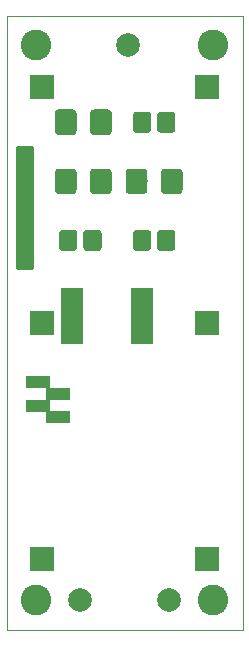
<source format=gbr>
G04 #@! TF.GenerationSoftware,KiCad,Pcbnew,(5.0.0)*
G04 #@! TF.CreationDate,2018-11-30T23:52:53-03:00*
G04 #@! TF.ProjectId,TP_Final,54505F46696E616C2E6B696361645F70,1*
G04 #@! TF.SameCoordinates,Original*
G04 #@! TF.FileFunction,Soldermask,Top*
G04 #@! TF.FilePolarity,Negative*
%FSLAX46Y46*%
G04 Gerber Fmt 4.6, Leading zero omitted, Abs format (unit mm)*
G04 Created by KiCad (PCBNEW (5.0.0)) date 11/30/18 23:52:53*
%MOMM*%
%LPD*%
G01*
G04 APERTURE LIST*
%ADD10C,0.100000*%
%ADD11R,1.850000X0.850000*%
%ADD12R,2.100000X2.100000*%
%ADD13C,1.825000*%
%ADD14R,2.150000X1.000000*%
%ADD15C,2.600000*%
%ADD16C,2.000000*%
%ADD17C,1.550000*%
%ADD18C,0.254000*%
G04 APERTURE END LIST*
D10*
X167000000Y-44000000D02*
X147000000Y-44000000D01*
X167000000Y-96000000D02*
X167000000Y-44000000D01*
X147000000Y-96000000D02*
X167000000Y-96000000D01*
X147000000Y-44000000D02*
X147000000Y-96000000D01*
D11*
G04 #@! TO.C,U1*
X158437801Y-67432901D03*
X158437801Y-68082901D03*
X158437801Y-68732901D03*
X158437801Y-69382901D03*
X158437801Y-70032901D03*
X158437801Y-70682901D03*
X158437801Y-71332901D03*
X152537801Y-71332901D03*
X152537801Y-70682901D03*
X152537801Y-70032901D03*
X152537801Y-69382901D03*
X152537801Y-68732901D03*
X152537801Y-68082901D03*
X152537801Y-67432901D03*
G04 #@! TD*
D12*
G04 #@! TO.C,J1*
X150000000Y-50000000D03*
G04 #@! TD*
G04 #@! TO.C,J3*
X150000000Y-90000000D03*
G04 #@! TD*
D10*
G04 #@! TO.C,C1*
G36*
X155611207Y-51926542D02*
X155642287Y-51931152D01*
X155672766Y-51938787D01*
X155702350Y-51949372D01*
X155730754Y-51962806D01*
X155757704Y-51978959D01*
X155782942Y-51997677D01*
X155806223Y-52018777D01*
X155827323Y-52042058D01*
X155846041Y-52067296D01*
X155862194Y-52094246D01*
X155875628Y-52122650D01*
X155886213Y-52152234D01*
X155893848Y-52182713D01*
X155898458Y-52213793D01*
X155900000Y-52245176D01*
X155900000Y-53754824D01*
X155898458Y-53786207D01*
X155893848Y-53817287D01*
X155886213Y-53847766D01*
X155875628Y-53877350D01*
X155862194Y-53905754D01*
X155846041Y-53932704D01*
X155827323Y-53957942D01*
X155806223Y-53981223D01*
X155782942Y-54002323D01*
X155757704Y-54021041D01*
X155730754Y-54037194D01*
X155702350Y-54050628D01*
X155672766Y-54061213D01*
X155642287Y-54068848D01*
X155611207Y-54073458D01*
X155579824Y-54075000D01*
X154395176Y-54075000D01*
X154363793Y-54073458D01*
X154332713Y-54068848D01*
X154302234Y-54061213D01*
X154272650Y-54050628D01*
X154244246Y-54037194D01*
X154217296Y-54021041D01*
X154192058Y-54002323D01*
X154168777Y-53981223D01*
X154147677Y-53957942D01*
X154128959Y-53932704D01*
X154112806Y-53905754D01*
X154099372Y-53877350D01*
X154088787Y-53847766D01*
X154081152Y-53817287D01*
X154076542Y-53786207D01*
X154075000Y-53754824D01*
X154075000Y-52245176D01*
X154076542Y-52213793D01*
X154081152Y-52182713D01*
X154088787Y-52152234D01*
X154099372Y-52122650D01*
X154112806Y-52094246D01*
X154128959Y-52067296D01*
X154147677Y-52042058D01*
X154168777Y-52018777D01*
X154192058Y-51997677D01*
X154217296Y-51978959D01*
X154244246Y-51962806D01*
X154272650Y-51949372D01*
X154302234Y-51938787D01*
X154332713Y-51931152D01*
X154363793Y-51926542D01*
X154395176Y-51925000D01*
X155579824Y-51925000D01*
X155611207Y-51926542D01*
X155611207Y-51926542D01*
G37*
D13*
X154987500Y-53000000D03*
D10*
G36*
X152636207Y-51926542D02*
X152667287Y-51931152D01*
X152697766Y-51938787D01*
X152727350Y-51949372D01*
X152755754Y-51962806D01*
X152782704Y-51978959D01*
X152807942Y-51997677D01*
X152831223Y-52018777D01*
X152852323Y-52042058D01*
X152871041Y-52067296D01*
X152887194Y-52094246D01*
X152900628Y-52122650D01*
X152911213Y-52152234D01*
X152918848Y-52182713D01*
X152923458Y-52213793D01*
X152925000Y-52245176D01*
X152925000Y-53754824D01*
X152923458Y-53786207D01*
X152918848Y-53817287D01*
X152911213Y-53847766D01*
X152900628Y-53877350D01*
X152887194Y-53905754D01*
X152871041Y-53932704D01*
X152852323Y-53957942D01*
X152831223Y-53981223D01*
X152807942Y-54002323D01*
X152782704Y-54021041D01*
X152755754Y-54037194D01*
X152727350Y-54050628D01*
X152697766Y-54061213D01*
X152667287Y-54068848D01*
X152636207Y-54073458D01*
X152604824Y-54075000D01*
X151420176Y-54075000D01*
X151388793Y-54073458D01*
X151357713Y-54068848D01*
X151327234Y-54061213D01*
X151297650Y-54050628D01*
X151269246Y-54037194D01*
X151242296Y-54021041D01*
X151217058Y-54002323D01*
X151193777Y-53981223D01*
X151172677Y-53957942D01*
X151153959Y-53932704D01*
X151137806Y-53905754D01*
X151124372Y-53877350D01*
X151113787Y-53847766D01*
X151106152Y-53817287D01*
X151101542Y-53786207D01*
X151100000Y-53754824D01*
X151100000Y-52245176D01*
X151101542Y-52213793D01*
X151106152Y-52182713D01*
X151113787Y-52152234D01*
X151124372Y-52122650D01*
X151137806Y-52094246D01*
X151153959Y-52067296D01*
X151172677Y-52042058D01*
X151193777Y-52018777D01*
X151217058Y-51997677D01*
X151242296Y-51978959D01*
X151269246Y-51962806D01*
X151297650Y-51949372D01*
X151327234Y-51938787D01*
X151357713Y-51931152D01*
X151388793Y-51926542D01*
X151420176Y-51925000D01*
X152604824Y-51925000D01*
X152636207Y-51926542D01*
X152636207Y-51926542D01*
G37*
D13*
X152012500Y-53000000D03*
G04 #@! TD*
D10*
G04 #@! TO.C,C2*
G36*
X161611207Y-56926542D02*
X161642287Y-56931152D01*
X161672766Y-56938787D01*
X161702350Y-56949372D01*
X161730754Y-56962806D01*
X161757704Y-56978959D01*
X161782942Y-56997677D01*
X161806223Y-57018777D01*
X161827323Y-57042058D01*
X161846041Y-57067296D01*
X161862194Y-57094246D01*
X161875628Y-57122650D01*
X161886213Y-57152234D01*
X161893848Y-57182713D01*
X161898458Y-57213793D01*
X161900000Y-57245176D01*
X161900000Y-58754824D01*
X161898458Y-58786207D01*
X161893848Y-58817287D01*
X161886213Y-58847766D01*
X161875628Y-58877350D01*
X161862194Y-58905754D01*
X161846041Y-58932704D01*
X161827323Y-58957942D01*
X161806223Y-58981223D01*
X161782942Y-59002323D01*
X161757704Y-59021041D01*
X161730754Y-59037194D01*
X161702350Y-59050628D01*
X161672766Y-59061213D01*
X161642287Y-59068848D01*
X161611207Y-59073458D01*
X161579824Y-59075000D01*
X160395176Y-59075000D01*
X160363793Y-59073458D01*
X160332713Y-59068848D01*
X160302234Y-59061213D01*
X160272650Y-59050628D01*
X160244246Y-59037194D01*
X160217296Y-59021041D01*
X160192058Y-59002323D01*
X160168777Y-58981223D01*
X160147677Y-58957942D01*
X160128959Y-58932704D01*
X160112806Y-58905754D01*
X160099372Y-58877350D01*
X160088787Y-58847766D01*
X160081152Y-58817287D01*
X160076542Y-58786207D01*
X160075000Y-58754824D01*
X160075000Y-57245176D01*
X160076542Y-57213793D01*
X160081152Y-57182713D01*
X160088787Y-57152234D01*
X160099372Y-57122650D01*
X160112806Y-57094246D01*
X160128959Y-57067296D01*
X160147677Y-57042058D01*
X160168777Y-57018777D01*
X160192058Y-56997677D01*
X160217296Y-56978959D01*
X160244246Y-56962806D01*
X160272650Y-56949372D01*
X160302234Y-56938787D01*
X160332713Y-56931152D01*
X160363793Y-56926542D01*
X160395176Y-56925000D01*
X161579824Y-56925000D01*
X161611207Y-56926542D01*
X161611207Y-56926542D01*
G37*
D13*
X160987500Y-58000000D03*
D10*
G36*
X158636207Y-56926542D02*
X158667287Y-56931152D01*
X158697766Y-56938787D01*
X158727350Y-56949372D01*
X158755754Y-56962806D01*
X158782704Y-56978959D01*
X158807942Y-56997677D01*
X158831223Y-57018777D01*
X158852323Y-57042058D01*
X158871041Y-57067296D01*
X158887194Y-57094246D01*
X158900628Y-57122650D01*
X158911213Y-57152234D01*
X158918848Y-57182713D01*
X158923458Y-57213793D01*
X158925000Y-57245176D01*
X158925000Y-58754824D01*
X158923458Y-58786207D01*
X158918848Y-58817287D01*
X158911213Y-58847766D01*
X158900628Y-58877350D01*
X158887194Y-58905754D01*
X158871041Y-58932704D01*
X158852323Y-58957942D01*
X158831223Y-58981223D01*
X158807942Y-59002323D01*
X158782704Y-59021041D01*
X158755754Y-59037194D01*
X158727350Y-59050628D01*
X158697766Y-59061213D01*
X158667287Y-59068848D01*
X158636207Y-59073458D01*
X158604824Y-59075000D01*
X157420176Y-59075000D01*
X157388793Y-59073458D01*
X157357713Y-59068848D01*
X157327234Y-59061213D01*
X157297650Y-59050628D01*
X157269246Y-59037194D01*
X157242296Y-59021041D01*
X157217058Y-59002323D01*
X157193777Y-58981223D01*
X157172677Y-58957942D01*
X157153959Y-58932704D01*
X157137806Y-58905754D01*
X157124372Y-58877350D01*
X157113787Y-58847766D01*
X157106152Y-58817287D01*
X157101542Y-58786207D01*
X157100000Y-58754824D01*
X157100000Y-57245176D01*
X157101542Y-57213793D01*
X157106152Y-57182713D01*
X157113787Y-57152234D01*
X157124372Y-57122650D01*
X157137806Y-57094246D01*
X157153959Y-57067296D01*
X157172677Y-57042058D01*
X157193777Y-57018777D01*
X157217058Y-56997677D01*
X157242296Y-56978959D01*
X157269246Y-56962806D01*
X157297650Y-56949372D01*
X157327234Y-56938787D01*
X157357713Y-56931152D01*
X157388793Y-56926542D01*
X157420176Y-56925000D01*
X158604824Y-56925000D01*
X158636207Y-56926542D01*
X158636207Y-56926542D01*
G37*
D13*
X158012500Y-58000000D03*
G04 #@! TD*
D10*
G04 #@! TO.C,C3*
G36*
X152636207Y-56926542D02*
X152667287Y-56931152D01*
X152697766Y-56938787D01*
X152727350Y-56949372D01*
X152755754Y-56962806D01*
X152782704Y-56978959D01*
X152807942Y-56997677D01*
X152831223Y-57018777D01*
X152852323Y-57042058D01*
X152871041Y-57067296D01*
X152887194Y-57094246D01*
X152900628Y-57122650D01*
X152911213Y-57152234D01*
X152918848Y-57182713D01*
X152923458Y-57213793D01*
X152925000Y-57245176D01*
X152925000Y-58754824D01*
X152923458Y-58786207D01*
X152918848Y-58817287D01*
X152911213Y-58847766D01*
X152900628Y-58877350D01*
X152887194Y-58905754D01*
X152871041Y-58932704D01*
X152852323Y-58957942D01*
X152831223Y-58981223D01*
X152807942Y-59002323D01*
X152782704Y-59021041D01*
X152755754Y-59037194D01*
X152727350Y-59050628D01*
X152697766Y-59061213D01*
X152667287Y-59068848D01*
X152636207Y-59073458D01*
X152604824Y-59075000D01*
X151420176Y-59075000D01*
X151388793Y-59073458D01*
X151357713Y-59068848D01*
X151327234Y-59061213D01*
X151297650Y-59050628D01*
X151269246Y-59037194D01*
X151242296Y-59021041D01*
X151217058Y-59002323D01*
X151193777Y-58981223D01*
X151172677Y-58957942D01*
X151153959Y-58932704D01*
X151137806Y-58905754D01*
X151124372Y-58877350D01*
X151113787Y-58847766D01*
X151106152Y-58817287D01*
X151101542Y-58786207D01*
X151100000Y-58754824D01*
X151100000Y-57245176D01*
X151101542Y-57213793D01*
X151106152Y-57182713D01*
X151113787Y-57152234D01*
X151124372Y-57122650D01*
X151137806Y-57094246D01*
X151153959Y-57067296D01*
X151172677Y-57042058D01*
X151193777Y-57018777D01*
X151217058Y-56997677D01*
X151242296Y-56978959D01*
X151269246Y-56962806D01*
X151297650Y-56949372D01*
X151327234Y-56938787D01*
X151357713Y-56931152D01*
X151388793Y-56926542D01*
X151420176Y-56925000D01*
X152604824Y-56925000D01*
X152636207Y-56926542D01*
X152636207Y-56926542D01*
G37*
D13*
X152012500Y-58000000D03*
D10*
G36*
X155611207Y-56926542D02*
X155642287Y-56931152D01*
X155672766Y-56938787D01*
X155702350Y-56949372D01*
X155730754Y-56962806D01*
X155757704Y-56978959D01*
X155782942Y-56997677D01*
X155806223Y-57018777D01*
X155827323Y-57042058D01*
X155846041Y-57067296D01*
X155862194Y-57094246D01*
X155875628Y-57122650D01*
X155886213Y-57152234D01*
X155893848Y-57182713D01*
X155898458Y-57213793D01*
X155900000Y-57245176D01*
X155900000Y-58754824D01*
X155898458Y-58786207D01*
X155893848Y-58817287D01*
X155886213Y-58847766D01*
X155875628Y-58877350D01*
X155862194Y-58905754D01*
X155846041Y-58932704D01*
X155827323Y-58957942D01*
X155806223Y-58981223D01*
X155782942Y-59002323D01*
X155757704Y-59021041D01*
X155730754Y-59037194D01*
X155702350Y-59050628D01*
X155672766Y-59061213D01*
X155642287Y-59068848D01*
X155611207Y-59073458D01*
X155579824Y-59075000D01*
X154395176Y-59075000D01*
X154363793Y-59073458D01*
X154332713Y-59068848D01*
X154302234Y-59061213D01*
X154272650Y-59050628D01*
X154244246Y-59037194D01*
X154217296Y-59021041D01*
X154192058Y-59002323D01*
X154168777Y-58981223D01*
X154147677Y-58957942D01*
X154128959Y-58932704D01*
X154112806Y-58905754D01*
X154099372Y-58877350D01*
X154088787Y-58847766D01*
X154081152Y-58817287D01*
X154076542Y-58786207D01*
X154075000Y-58754824D01*
X154075000Y-57245176D01*
X154076542Y-57213793D01*
X154081152Y-57182713D01*
X154088787Y-57152234D01*
X154099372Y-57122650D01*
X154112806Y-57094246D01*
X154128959Y-57067296D01*
X154147677Y-57042058D01*
X154168777Y-57018777D01*
X154192058Y-56997677D01*
X154217296Y-56978959D01*
X154244246Y-56962806D01*
X154272650Y-56949372D01*
X154302234Y-56938787D01*
X154332713Y-56931152D01*
X154363793Y-56926542D01*
X154395176Y-56925000D01*
X155579824Y-56925000D01*
X155611207Y-56926542D01*
X155611207Y-56926542D01*
G37*
D13*
X154987500Y-58000000D03*
G04 #@! TD*
D14*
G04 #@! TO.C,J4*
X149625000Y-75000000D03*
X149625000Y-77000000D03*
X151375000Y-76000000D03*
X151375000Y-78000000D03*
G04 #@! TD*
D12*
G04 #@! TO.C,J2*
X149967100Y-70032900D03*
G04 #@! TD*
D15*
G04 #@! TO.C,MH1*
X149500000Y-46500000D03*
G04 #@! TD*
G04 #@! TO.C,MH2*
X164500000Y-46500000D03*
G04 #@! TD*
G04 #@! TO.C,MH3*
X149500000Y-93500000D03*
G04 #@! TD*
G04 #@! TO.C,MH4*
X164500000Y-93500000D03*
G04 #@! TD*
D12*
G04 #@! TO.C,J11*
X164000000Y-50000000D03*
G04 #@! TD*
G04 #@! TO.C,J22*
X164000000Y-70000000D03*
G04 #@! TD*
G04 #@! TO.C,J33*
X164000000Y-90000000D03*
G04 #@! TD*
D16*
G04 #@! TO.C,F1*
X157250000Y-46500000D03*
G04 #@! TD*
G04 #@! TO.C,F2*
X153250000Y-93500000D03*
G04 #@! TD*
G04 #@! TO.C,F3*
X160750000Y-93500000D03*
G04 #@! TD*
D10*
G04 #@! TO.C,R1*
G36*
X160996071Y-52101623D02*
X161028781Y-52106475D01*
X161060857Y-52114509D01*
X161091991Y-52125649D01*
X161121884Y-52139787D01*
X161150247Y-52156787D01*
X161176807Y-52176485D01*
X161201308Y-52198692D01*
X161223515Y-52223193D01*
X161243213Y-52249753D01*
X161260213Y-52278116D01*
X161274351Y-52308009D01*
X161285491Y-52339143D01*
X161293525Y-52371219D01*
X161298377Y-52403929D01*
X161300000Y-52436956D01*
X161300000Y-53563044D01*
X161298377Y-53596071D01*
X161293525Y-53628781D01*
X161285491Y-53660857D01*
X161274351Y-53691991D01*
X161260213Y-53721884D01*
X161243213Y-53750247D01*
X161223515Y-53776807D01*
X161201308Y-53801308D01*
X161176807Y-53823515D01*
X161150247Y-53843213D01*
X161121884Y-53860213D01*
X161091991Y-53874351D01*
X161060857Y-53885491D01*
X161028781Y-53893525D01*
X160996071Y-53898377D01*
X160963044Y-53900000D01*
X160086956Y-53900000D01*
X160053929Y-53898377D01*
X160021219Y-53893525D01*
X159989143Y-53885491D01*
X159958009Y-53874351D01*
X159928116Y-53860213D01*
X159899753Y-53843213D01*
X159873193Y-53823515D01*
X159848692Y-53801308D01*
X159826485Y-53776807D01*
X159806787Y-53750247D01*
X159789787Y-53721884D01*
X159775649Y-53691991D01*
X159764509Y-53660857D01*
X159756475Y-53628781D01*
X159751623Y-53596071D01*
X159750000Y-53563044D01*
X159750000Y-52436956D01*
X159751623Y-52403929D01*
X159756475Y-52371219D01*
X159764509Y-52339143D01*
X159775649Y-52308009D01*
X159789787Y-52278116D01*
X159806787Y-52249753D01*
X159826485Y-52223193D01*
X159848692Y-52198692D01*
X159873193Y-52176485D01*
X159899753Y-52156787D01*
X159928116Y-52139787D01*
X159958009Y-52125649D01*
X159989143Y-52114509D01*
X160021219Y-52106475D01*
X160053929Y-52101623D01*
X160086956Y-52100000D01*
X160963044Y-52100000D01*
X160996071Y-52101623D01*
X160996071Y-52101623D01*
G37*
D17*
X160525000Y-53000000D03*
D10*
G36*
X158946071Y-52101623D02*
X158978781Y-52106475D01*
X159010857Y-52114509D01*
X159041991Y-52125649D01*
X159071884Y-52139787D01*
X159100247Y-52156787D01*
X159126807Y-52176485D01*
X159151308Y-52198692D01*
X159173515Y-52223193D01*
X159193213Y-52249753D01*
X159210213Y-52278116D01*
X159224351Y-52308009D01*
X159235491Y-52339143D01*
X159243525Y-52371219D01*
X159248377Y-52403929D01*
X159250000Y-52436956D01*
X159250000Y-53563044D01*
X159248377Y-53596071D01*
X159243525Y-53628781D01*
X159235491Y-53660857D01*
X159224351Y-53691991D01*
X159210213Y-53721884D01*
X159193213Y-53750247D01*
X159173515Y-53776807D01*
X159151308Y-53801308D01*
X159126807Y-53823515D01*
X159100247Y-53843213D01*
X159071884Y-53860213D01*
X159041991Y-53874351D01*
X159010857Y-53885491D01*
X158978781Y-53893525D01*
X158946071Y-53898377D01*
X158913044Y-53900000D01*
X158036956Y-53900000D01*
X158003929Y-53898377D01*
X157971219Y-53893525D01*
X157939143Y-53885491D01*
X157908009Y-53874351D01*
X157878116Y-53860213D01*
X157849753Y-53843213D01*
X157823193Y-53823515D01*
X157798692Y-53801308D01*
X157776485Y-53776807D01*
X157756787Y-53750247D01*
X157739787Y-53721884D01*
X157725649Y-53691991D01*
X157714509Y-53660857D01*
X157706475Y-53628781D01*
X157701623Y-53596071D01*
X157700000Y-53563044D01*
X157700000Y-52436956D01*
X157701623Y-52403929D01*
X157706475Y-52371219D01*
X157714509Y-52339143D01*
X157725649Y-52308009D01*
X157739787Y-52278116D01*
X157756787Y-52249753D01*
X157776485Y-52223193D01*
X157798692Y-52198692D01*
X157823193Y-52176485D01*
X157849753Y-52156787D01*
X157878116Y-52139787D01*
X157908009Y-52125649D01*
X157939143Y-52114509D01*
X157971219Y-52106475D01*
X158003929Y-52101623D01*
X158036956Y-52100000D01*
X158913044Y-52100000D01*
X158946071Y-52101623D01*
X158946071Y-52101623D01*
G37*
D17*
X158475000Y-53000000D03*
G04 #@! TD*
D10*
G04 #@! TO.C,R2*
G36*
X160996071Y-62101623D02*
X161028781Y-62106475D01*
X161060857Y-62114509D01*
X161091991Y-62125649D01*
X161121884Y-62139787D01*
X161150247Y-62156787D01*
X161176807Y-62176485D01*
X161201308Y-62198692D01*
X161223515Y-62223193D01*
X161243213Y-62249753D01*
X161260213Y-62278116D01*
X161274351Y-62308009D01*
X161285491Y-62339143D01*
X161293525Y-62371219D01*
X161298377Y-62403929D01*
X161300000Y-62436956D01*
X161300000Y-63563044D01*
X161298377Y-63596071D01*
X161293525Y-63628781D01*
X161285491Y-63660857D01*
X161274351Y-63691991D01*
X161260213Y-63721884D01*
X161243213Y-63750247D01*
X161223515Y-63776807D01*
X161201308Y-63801308D01*
X161176807Y-63823515D01*
X161150247Y-63843213D01*
X161121884Y-63860213D01*
X161091991Y-63874351D01*
X161060857Y-63885491D01*
X161028781Y-63893525D01*
X160996071Y-63898377D01*
X160963044Y-63900000D01*
X160086956Y-63900000D01*
X160053929Y-63898377D01*
X160021219Y-63893525D01*
X159989143Y-63885491D01*
X159958009Y-63874351D01*
X159928116Y-63860213D01*
X159899753Y-63843213D01*
X159873193Y-63823515D01*
X159848692Y-63801308D01*
X159826485Y-63776807D01*
X159806787Y-63750247D01*
X159789787Y-63721884D01*
X159775649Y-63691991D01*
X159764509Y-63660857D01*
X159756475Y-63628781D01*
X159751623Y-63596071D01*
X159750000Y-63563044D01*
X159750000Y-62436956D01*
X159751623Y-62403929D01*
X159756475Y-62371219D01*
X159764509Y-62339143D01*
X159775649Y-62308009D01*
X159789787Y-62278116D01*
X159806787Y-62249753D01*
X159826485Y-62223193D01*
X159848692Y-62198692D01*
X159873193Y-62176485D01*
X159899753Y-62156787D01*
X159928116Y-62139787D01*
X159958009Y-62125649D01*
X159989143Y-62114509D01*
X160021219Y-62106475D01*
X160053929Y-62101623D01*
X160086956Y-62100000D01*
X160963044Y-62100000D01*
X160996071Y-62101623D01*
X160996071Y-62101623D01*
G37*
D17*
X160525000Y-63000000D03*
D10*
G36*
X158946071Y-62101623D02*
X158978781Y-62106475D01*
X159010857Y-62114509D01*
X159041991Y-62125649D01*
X159071884Y-62139787D01*
X159100247Y-62156787D01*
X159126807Y-62176485D01*
X159151308Y-62198692D01*
X159173515Y-62223193D01*
X159193213Y-62249753D01*
X159210213Y-62278116D01*
X159224351Y-62308009D01*
X159235491Y-62339143D01*
X159243525Y-62371219D01*
X159248377Y-62403929D01*
X159250000Y-62436956D01*
X159250000Y-63563044D01*
X159248377Y-63596071D01*
X159243525Y-63628781D01*
X159235491Y-63660857D01*
X159224351Y-63691991D01*
X159210213Y-63721884D01*
X159193213Y-63750247D01*
X159173515Y-63776807D01*
X159151308Y-63801308D01*
X159126807Y-63823515D01*
X159100247Y-63843213D01*
X159071884Y-63860213D01*
X159041991Y-63874351D01*
X159010857Y-63885491D01*
X158978781Y-63893525D01*
X158946071Y-63898377D01*
X158913044Y-63900000D01*
X158036956Y-63900000D01*
X158003929Y-63898377D01*
X157971219Y-63893525D01*
X157939143Y-63885491D01*
X157908009Y-63874351D01*
X157878116Y-63860213D01*
X157849753Y-63843213D01*
X157823193Y-63823515D01*
X157798692Y-63801308D01*
X157776485Y-63776807D01*
X157756787Y-63750247D01*
X157739787Y-63721884D01*
X157725649Y-63691991D01*
X157714509Y-63660857D01*
X157706475Y-63628781D01*
X157701623Y-63596071D01*
X157700000Y-63563044D01*
X157700000Y-62436956D01*
X157701623Y-62403929D01*
X157706475Y-62371219D01*
X157714509Y-62339143D01*
X157725649Y-62308009D01*
X157739787Y-62278116D01*
X157756787Y-62249753D01*
X157776485Y-62223193D01*
X157798692Y-62198692D01*
X157823193Y-62176485D01*
X157849753Y-62156787D01*
X157878116Y-62139787D01*
X157908009Y-62125649D01*
X157939143Y-62114509D01*
X157971219Y-62106475D01*
X158003929Y-62101623D01*
X158036956Y-62100000D01*
X158913044Y-62100000D01*
X158946071Y-62101623D01*
X158946071Y-62101623D01*
G37*
D17*
X158475000Y-63000000D03*
G04 #@! TD*
D10*
G04 #@! TO.C,R3*
G36*
X152696071Y-62101623D02*
X152728781Y-62106475D01*
X152760857Y-62114509D01*
X152791991Y-62125649D01*
X152821884Y-62139787D01*
X152850247Y-62156787D01*
X152876807Y-62176485D01*
X152901308Y-62198692D01*
X152923515Y-62223193D01*
X152943213Y-62249753D01*
X152960213Y-62278116D01*
X152974351Y-62308009D01*
X152985491Y-62339143D01*
X152993525Y-62371219D01*
X152998377Y-62403929D01*
X153000000Y-62436956D01*
X153000000Y-63563044D01*
X152998377Y-63596071D01*
X152993525Y-63628781D01*
X152985491Y-63660857D01*
X152974351Y-63691991D01*
X152960213Y-63721884D01*
X152943213Y-63750247D01*
X152923515Y-63776807D01*
X152901308Y-63801308D01*
X152876807Y-63823515D01*
X152850247Y-63843213D01*
X152821884Y-63860213D01*
X152791991Y-63874351D01*
X152760857Y-63885491D01*
X152728781Y-63893525D01*
X152696071Y-63898377D01*
X152663044Y-63900000D01*
X151786956Y-63900000D01*
X151753929Y-63898377D01*
X151721219Y-63893525D01*
X151689143Y-63885491D01*
X151658009Y-63874351D01*
X151628116Y-63860213D01*
X151599753Y-63843213D01*
X151573193Y-63823515D01*
X151548692Y-63801308D01*
X151526485Y-63776807D01*
X151506787Y-63750247D01*
X151489787Y-63721884D01*
X151475649Y-63691991D01*
X151464509Y-63660857D01*
X151456475Y-63628781D01*
X151451623Y-63596071D01*
X151450000Y-63563044D01*
X151450000Y-62436956D01*
X151451623Y-62403929D01*
X151456475Y-62371219D01*
X151464509Y-62339143D01*
X151475649Y-62308009D01*
X151489787Y-62278116D01*
X151506787Y-62249753D01*
X151526485Y-62223193D01*
X151548692Y-62198692D01*
X151573193Y-62176485D01*
X151599753Y-62156787D01*
X151628116Y-62139787D01*
X151658009Y-62125649D01*
X151689143Y-62114509D01*
X151721219Y-62106475D01*
X151753929Y-62101623D01*
X151786956Y-62100000D01*
X152663044Y-62100000D01*
X152696071Y-62101623D01*
X152696071Y-62101623D01*
G37*
D17*
X152225000Y-63000000D03*
D10*
G36*
X154746071Y-62101623D02*
X154778781Y-62106475D01*
X154810857Y-62114509D01*
X154841991Y-62125649D01*
X154871884Y-62139787D01*
X154900247Y-62156787D01*
X154926807Y-62176485D01*
X154951308Y-62198692D01*
X154973515Y-62223193D01*
X154993213Y-62249753D01*
X155010213Y-62278116D01*
X155024351Y-62308009D01*
X155035491Y-62339143D01*
X155043525Y-62371219D01*
X155048377Y-62403929D01*
X155050000Y-62436956D01*
X155050000Y-63563044D01*
X155048377Y-63596071D01*
X155043525Y-63628781D01*
X155035491Y-63660857D01*
X155024351Y-63691991D01*
X155010213Y-63721884D01*
X154993213Y-63750247D01*
X154973515Y-63776807D01*
X154951308Y-63801308D01*
X154926807Y-63823515D01*
X154900247Y-63843213D01*
X154871884Y-63860213D01*
X154841991Y-63874351D01*
X154810857Y-63885491D01*
X154778781Y-63893525D01*
X154746071Y-63898377D01*
X154713044Y-63900000D01*
X153836956Y-63900000D01*
X153803929Y-63898377D01*
X153771219Y-63893525D01*
X153739143Y-63885491D01*
X153708009Y-63874351D01*
X153678116Y-63860213D01*
X153649753Y-63843213D01*
X153623193Y-63823515D01*
X153598692Y-63801308D01*
X153576485Y-63776807D01*
X153556787Y-63750247D01*
X153539787Y-63721884D01*
X153525649Y-63691991D01*
X153514509Y-63660857D01*
X153506475Y-63628781D01*
X153501623Y-63596071D01*
X153500000Y-63563044D01*
X153500000Y-62436956D01*
X153501623Y-62403929D01*
X153506475Y-62371219D01*
X153514509Y-62339143D01*
X153525649Y-62308009D01*
X153539787Y-62278116D01*
X153556787Y-62249753D01*
X153576485Y-62223193D01*
X153598692Y-62198692D01*
X153623193Y-62176485D01*
X153649753Y-62156787D01*
X153678116Y-62139787D01*
X153708009Y-62125649D01*
X153739143Y-62114509D01*
X153771219Y-62106475D01*
X153803929Y-62101623D01*
X153836956Y-62100000D01*
X154713044Y-62100000D01*
X154746071Y-62101623D01*
X154746071Y-62101623D01*
G37*
D17*
X154275000Y-63000000D03*
G04 #@! TD*
D18*
G36*
X149123000Y-65373000D02*
X147877000Y-65373000D01*
X147877000Y-55127000D01*
X149123000Y-55127000D01*
X149123000Y-65373000D01*
X149123000Y-65373000D01*
G37*
X149123000Y-65373000D02*
X147877000Y-65373000D01*
X147877000Y-55127000D01*
X149123000Y-55127000D01*
X149123000Y-65373000D01*
M02*

</source>
